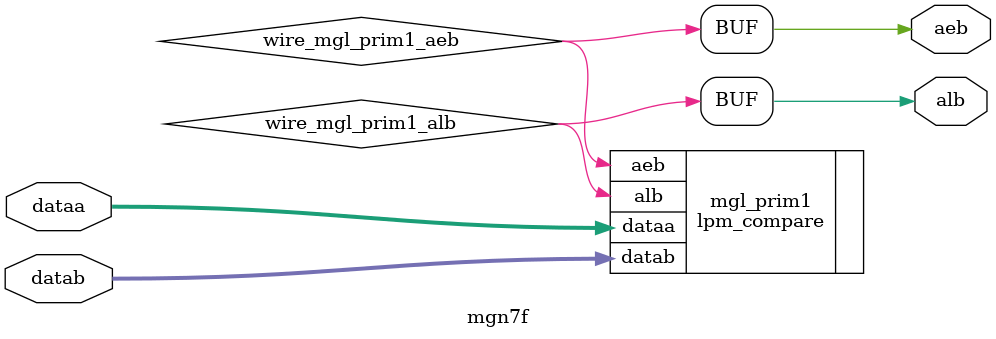
<source format=v>






//synthesis_resources = lpm_compare 1 
//synopsys translate_off
`timescale 1 ps / 1 ps
//synopsys translate_on
module  mgn7f
	( 
	aeb,
	alb,
	dataa,
	datab) /* synthesis synthesis_clearbox=1 */;
	output   aeb;
	output   alb;
	input   [7:0]  dataa;
	input   [7:0]  datab;

	wire  wire_mgl_prim1_aeb;
	wire  wire_mgl_prim1_alb;

	lpm_compare   mgl_prim1
	( 
	.aeb(wire_mgl_prim1_aeb),
	.alb(wire_mgl_prim1_alb),
	.dataa(dataa),
	.datab(datab));
	defparam
		mgl_prim1.lpm_representation = "UNSIGNED",
		mgl_prim1.lpm_type = "LPM_COMPARE",
		mgl_prim1.lpm_width = 8,
		mgl_prim1.lpm_hint = "ONE_INPUT_IS_CONSTANT=YES";
	assign
		aeb = wire_mgl_prim1_aeb,
		alb = wire_mgl_prim1_alb;
endmodule //mgn7f
//VALID FILE

</source>
